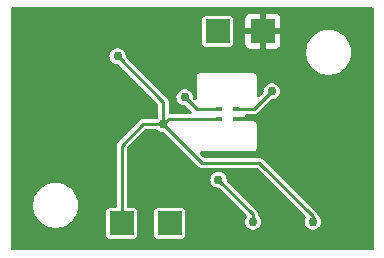
<source format=gbl>
%TF.GenerationSoftware,KiCad,Pcbnew,8.0.8*%
%TF.CreationDate,2025-04-18T18:46:17-04:00*%
%TF.ProjectId,sht40,73687434-302e-46b6-9963-61645f706362,rev?*%
%TF.SameCoordinates,Original*%
%TF.FileFunction,Copper,L2,Bot*%
%TF.FilePolarity,Positive*%
%FSLAX46Y46*%
G04 Gerber Fmt 4.6, Leading zero omitted, Abs format (unit mm)*
G04 Created by KiCad (PCBNEW 8.0.8) date 2025-04-18 18:46:17*
%MOMM*%
%LPD*%
G01*
G04 APERTURE LIST*
%TA.AperFunction,ComponentPad*%
%ADD10R,2.000000X2.000000*%
%TD*%
%TA.AperFunction,SMDPad,CuDef*%
%ADD11R,0.500000X0.300000*%
%TD*%
%TA.AperFunction,ViaPad*%
%ADD12C,0.762000*%
%TD*%
%TA.AperFunction,Conductor*%
%ADD13C,0.254000*%
%TD*%
G04 APERTURE END LIST*
D10*
%TO.P,TP3,1,1*%
%TO.N,/SCL*%
X125476000Y-55880000D03*
%TD*%
%TO.P,TP1,1,1*%
%TO.N,+3V3*%
X121412000Y-72136000D03*
%TD*%
%TO.P,TP4,1,1*%
%TO.N,/SDA*%
X117348000Y-72136000D03*
%TD*%
%TO.P,TP2,1,1*%
%TO.N,GND*%
X129286000Y-55880000D03*
%TD*%
D11*
%TO.P,U1,1,SDA*%
%TO.N,/SDA*%
X125600000Y-63284000D03*
%TO.P,U1,2,SCL*%
%TO.N,/SCL*%
X125600000Y-62484000D03*
%TO.P,U1,3,VDD*%
%TO.N,+3V3*%
X127000000Y-62484000D03*
%TO.P,U1,4,VSS*%
%TO.N,GND*%
X127000000Y-63284000D03*
%TD*%
D12*
%TO.N,GND*%
X110460000Y-57475000D03*
%TO.N,/SCL*%
X125547250Y-68452750D03*
X128475000Y-72000000D03*
%TO.N,/SDA*%
X133525000Y-72000000D03*
%TO.N,GND*%
X133525000Y-69460000D03*
%TO.N,+3V3*%
X130048000Y-60960000D03*
%TO.N,/SDA*%
X117000000Y-58000000D03*
X120888000Y-63754000D03*
%TO.N,/SCL*%
X122682000Y-61468000D03*
%TD*%
D13*
%TO.N,/SCL*%
X128475000Y-71380500D02*
X128475000Y-72000000D01*
X125547250Y-68452750D02*
X128475000Y-71380500D01*
%TO.N,GND*%
X129578000Y-63284000D02*
X127000000Y-63284000D01*
%TO.N,/SDA*%
X133525000Y-71525000D02*
X133525000Y-72000000D01*
X120888000Y-63754000D02*
X124134000Y-67000000D01*
X124134000Y-67000000D02*
X129000000Y-67000000D01*
%TO.N,GND*%
X133525000Y-69460000D02*
X133525000Y-67993000D01*
%TO.N,/SDA*%
X129000000Y-67000000D02*
X133525000Y-71525000D01*
%TO.N,GND*%
X133525000Y-67993000D02*
X129794000Y-64262000D01*
X129794000Y-64262000D02*
X129794000Y-63500000D01*
X129794000Y-63500000D02*
X129578000Y-63284000D01*
%TO.N,/SDA*%
X120888000Y-63754000D02*
X119150000Y-63754000D01*
X120888000Y-63754000D02*
X121358000Y-63284000D01*
X117348000Y-65556000D02*
X117348000Y-72136000D01*
X121358000Y-63284000D02*
X125600000Y-63284000D01*
X119150000Y-63754000D02*
X117348000Y-65556000D01*
X120888000Y-63754000D02*
X120888000Y-61888000D01*
X120888000Y-61888000D02*
X117000000Y-58000000D01*
%TO.N,+3V3*%
X128524000Y-62484000D02*
X127000000Y-62484000D01*
X128524000Y-62484000D02*
X130048000Y-60960000D01*
%TO.N,/SCL*%
X122682000Y-61468000D02*
X123698000Y-62484000D01*
X123698000Y-62484000D02*
X125600000Y-62484000D01*
%TD*%
%TA.AperFunction,Conductor*%
%TO.N,GND*%
G36*
X138626539Y-53868185D02*
G01*
X138672294Y-53920989D01*
X138683500Y-53972500D01*
X138683500Y-74297500D01*
X138663815Y-74364539D01*
X138611011Y-74410294D01*
X138559500Y-74421500D01*
X108074500Y-74421500D01*
X108007461Y-74401815D01*
X107961706Y-74349011D01*
X107950500Y-74297500D01*
X107950500Y-70487126D01*
X109854700Y-70487126D01*
X109854700Y-70736873D01*
X109854701Y-70736890D01*
X109884136Y-70960475D01*
X109887300Y-70984503D01*
X109948697Y-71213638D01*
X109951943Y-71225753D01*
X110047517Y-71456492D01*
X110047525Y-71456508D01*
X110172397Y-71672791D01*
X110172408Y-71672807D01*
X110324444Y-71870945D01*
X110324450Y-71870952D01*
X110501047Y-72047549D01*
X110501053Y-72047554D01*
X110699201Y-72199598D01*
X110699208Y-72199602D01*
X110915491Y-72324474D01*
X110915507Y-72324482D01*
X111039991Y-72376044D01*
X111146247Y-72420057D01*
X111387497Y-72484700D01*
X111635120Y-72517300D01*
X111635127Y-72517300D01*
X111884873Y-72517300D01*
X111884880Y-72517300D01*
X112132503Y-72484700D01*
X112373753Y-72420057D01*
X112555140Y-72344923D01*
X112604492Y-72324482D01*
X112604495Y-72324480D01*
X112604501Y-72324478D01*
X112820799Y-72199598D01*
X113018947Y-72047554D01*
X113195554Y-71870947D01*
X113347598Y-71672799D01*
X113472478Y-71456501D01*
X113568057Y-71225753D01*
X113604320Y-71090419D01*
X116042700Y-71090419D01*
X116042700Y-73181571D01*
X116042702Y-73181594D01*
X116045661Y-73207106D01*
X116045662Y-73207109D01*
X116091765Y-73311524D01*
X116091766Y-73311525D01*
X116172475Y-73392234D01*
X116276891Y-73438338D01*
X116302421Y-73441300D01*
X118393578Y-73441299D01*
X118419109Y-73438338D01*
X118523525Y-73392234D01*
X118604234Y-73311525D01*
X118650338Y-73207109D01*
X118653300Y-73181579D01*
X118653299Y-71090422D01*
X118653299Y-71090419D01*
X120106700Y-71090419D01*
X120106700Y-73181571D01*
X120106702Y-73181594D01*
X120109661Y-73207106D01*
X120109662Y-73207109D01*
X120155765Y-73311524D01*
X120155766Y-73311525D01*
X120236475Y-73392234D01*
X120340891Y-73438338D01*
X120366421Y-73441300D01*
X122457578Y-73441299D01*
X122483109Y-73438338D01*
X122587525Y-73392234D01*
X122668234Y-73311525D01*
X122714338Y-73207109D01*
X122717300Y-73181579D01*
X122717299Y-71090422D01*
X122714338Y-71064891D01*
X122668234Y-70960475D01*
X122587525Y-70879766D01*
X122587523Y-70879765D01*
X122483110Y-70833662D01*
X122457579Y-70830700D01*
X120366428Y-70830700D01*
X120366405Y-70830702D01*
X120340893Y-70833661D01*
X120340890Y-70833662D01*
X120236475Y-70879765D01*
X120155766Y-70960474D01*
X120109662Y-71064888D01*
X120109662Y-71064890D01*
X120106700Y-71090419D01*
X118653299Y-71090419D01*
X118650338Y-71064891D01*
X118604234Y-70960475D01*
X118523525Y-70879766D01*
X118523523Y-70879765D01*
X118419110Y-70833662D01*
X118393580Y-70830700D01*
X118393579Y-70830700D01*
X117904300Y-70830700D01*
X117837261Y-70811015D01*
X117791506Y-70758211D01*
X117780300Y-70706700D01*
X117780300Y-68452749D01*
X124855909Y-68452749D01*
X124855909Y-68452750D01*
X124875997Y-68618198D01*
X124918545Y-68730387D01*
X124935098Y-68774032D01*
X125029774Y-68911194D01*
X125154524Y-69021712D01*
X125154526Y-69021713D01*
X125302097Y-69099165D01*
X125302096Y-69099165D01*
X125463918Y-69139050D01*
X125570823Y-69139050D01*
X125637862Y-69158735D01*
X125658504Y-69175369D01*
X127911879Y-71428744D01*
X127945364Y-71490067D01*
X127940380Y-71559759D01*
X127926249Y-71586864D01*
X127862849Y-71678716D01*
X127803747Y-71834551D01*
X127783659Y-71999999D01*
X127783659Y-72000000D01*
X127803747Y-72165448D01*
X127862849Y-72321284D01*
X127910186Y-72389863D01*
X127957524Y-72458444D01*
X128082274Y-72568962D01*
X128082276Y-72568963D01*
X128229847Y-72646415D01*
X128229846Y-72646415D01*
X128391668Y-72686300D01*
X128558332Y-72686300D01*
X128720153Y-72646415D01*
X128867726Y-72568962D01*
X128992476Y-72458444D01*
X129087152Y-72321282D01*
X129146252Y-72165449D01*
X129166341Y-72000000D01*
X129146252Y-71834551D01*
X129087152Y-71678718D01*
X128992476Y-71541556D01*
X128961637Y-71514235D01*
X128949072Y-71503103D01*
X128911946Y-71443913D01*
X128907300Y-71410288D01*
X128907300Y-71323588D01*
X128904651Y-71313701D01*
X128877839Y-71213639D01*
X128825025Y-71122161D01*
X128825026Y-71122160D01*
X128825020Y-71122153D01*
X128820925Y-71115060D01*
X128820924Y-71115058D01*
X126272623Y-68566758D01*
X126239138Y-68505435D01*
X126237209Y-68464128D01*
X126238591Y-68452750D01*
X126218502Y-68287301D01*
X126159402Y-68131468D01*
X126064726Y-67994306D01*
X125939976Y-67883788D01*
X125939974Y-67883787D01*
X125939973Y-67883786D01*
X125792402Y-67806334D01*
X125792403Y-67806334D01*
X125630582Y-67766450D01*
X125463918Y-67766450D01*
X125302097Y-67806334D01*
X125154526Y-67883786D01*
X125029773Y-67994307D01*
X124935099Y-68131465D01*
X124875997Y-68287301D01*
X124855909Y-68452749D01*
X117780300Y-68452749D01*
X117780300Y-65786427D01*
X117799985Y-65719388D01*
X117816619Y-65698746D01*
X119292746Y-64222619D01*
X119354069Y-64189134D01*
X119380427Y-64186300D01*
X120293987Y-64186300D01*
X120361026Y-64205985D01*
X120376207Y-64217478D01*
X120495274Y-64322962D01*
X120495276Y-64322963D01*
X120642847Y-64400415D01*
X120642846Y-64400415D01*
X120804668Y-64440300D01*
X120911573Y-64440300D01*
X120978612Y-64459985D01*
X120999254Y-64476619D01*
X123868561Y-67345926D01*
X123868562Y-67345927D01*
X123868564Y-67345928D01*
X123967134Y-67402837D01*
X123967135Y-67402837D01*
X123967138Y-67402839D01*
X123986322Y-67407978D01*
X123996583Y-67410728D01*
X123996590Y-67410729D01*
X123996599Y-67410732D01*
X124077087Y-67432300D01*
X128769573Y-67432300D01*
X128836612Y-67451985D01*
X128857254Y-67468619D01*
X132902870Y-71514235D01*
X132936355Y-71575558D01*
X132931371Y-71645250D01*
X132917240Y-71672354D01*
X132912850Y-71678713D01*
X132912849Y-71678714D01*
X132853747Y-71834551D01*
X132833659Y-71999999D01*
X132833659Y-72000000D01*
X132853747Y-72165448D01*
X132912849Y-72321284D01*
X132960186Y-72389863D01*
X133007524Y-72458444D01*
X133132274Y-72568962D01*
X133132276Y-72568963D01*
X133279847Y-72646415D01*
X133279846Y-72646415D01*
X133441668Y-72686300D01*
X133608332Y-72686300D01*
X133770153Y-72646415D01*
X133917726Y-72568962D01*
X134042476Y-72458444D01*
X134137152Y-72321282D01*
X134196252Y-72165449D01*
X134216341Y-72000000D01*
X134196252Y-71834551D01*
X134137152Y-71678718D01*
X134042476Y-71541556D01*
X134042474Y-71541554D01*
X133984500Y-71490193D01*
X133947373Y-71431004D01*
X133946973Y-71429549D01*
X133927839Y-71358139D01*
X133927837Y-71358136D01*
X133927837Y-71358134D01*
X133927836Y-71358133D01*
X133902183Y-71313701D01*
X133902181Y-71313699D01*
X133870926Y-71259561D01*
X133870924Y-71259559D01*
X133870923Y-71259557D01*
X133870922Y-71259556D01*
X129265440Y-66654075D01*
X129265432Y-66654069D01*
X129166868Y-66597164D01*
X129166863Y-66597161D01*
X129130212Y-66587340D01*
X129056914Y-66567700D01*
X129056913Y-66567700D01*
X129056912Y-66567700D01*
X124364427Y-66567700D01*
X124297388Y-66548015D01*
X124276746Y-66531381D01*
X124002546Y-66257181D01*
X123969061Y-66195858D01*
X123974045Y-66126166D01*
X124015917Y-66070233D01*
X124081381Y-66045816D01*
X124090227Y-66045500D01*
X128524001Y-66045500D01*
X128524002Y-66045499D01*
X128557400Y-66038856D01*
X128623303Y-66025748D01*
X128623304Y-66025747D01*
X128623306Y-66025747D01*
X128707494Y-65969494D01*
X128763747Y-65885306D01*
X128783500Y-65786000D01*
X128783500Y-63754000D01*
X128780576Y-63739299D01*
X128763748Y-63654696D01*
X128763746Y-63654692D01*
X128707494Y-63570505D01*
X128623307Y-63514253D01*
X128623303Y-63514251D01*
X128524004Y-63494500D01*
X128524000Y-63494500D01*
X127861862Y-63494500D01*
X127794823Y-63474815D01*
X127774181Y-63458181D01*
X127750000Y-63434000D01*
X127124000Y-63434000D01*
X127056961Y-63414315D01*
X127011206Y-63361511D01*
X127000000Y-63310000D01*
X127000000Y-63258000D01*
X127019685Y-63190961D01*
X127072489Y-63145206D01*
X127124000Y-63134000D01*
X127750000Y-63134000D01*
X127750000Y-63086172D01*
X127749999Y-63086155D01*
X127746494Y-63053556D01*
X127758899Y-62984796D01*
X127806509Y-62933659D01*
X127869783Y-62916300D01*
X128580912Y-62916300D01*
X128580914Y-62916300D01*
X128690862Y-62886839D01*
X128789439Y-62829926D01*
X129936745Y-61682618D01*
X129998068Y-61649134D01*
X130024426Y-61646300D01*
X130131332Y-61646300D01*
X130293153Y-61606415D01*
X130440726Y-61528962D01*
X130565476Y-61418444D01*
X130660152Y-61281282D01*
X130719252Y-61125449D01*
X130739341Y-60960000D01*
X130722534Y-60821585D01*
X130719252Y-60794551D01*
X130695220Y-60731185D01*
X130660152Y-60638718D01*
X130565476Y-60501556D01*
X130440726Y-60391038D01*
X130440724Y-60391037D01*
X130440723Y-60391036D01*
X130293152Y-60313584D01*
X130293153Y-60313584D01*
X130131332Y-60273700D01*
X129964668Y-60273700D01*
X129802847Y-60313584D01*
X129655276Y-60391036D01*
X129530523Y-60501557D01*
X129435849Y-60638715D01*
X129376747Y-60794551D01*
X129356659Y-60959999D01*
X129356659Y-60960001D01*
X129358041Y-60971389D01*
X129346576Y-61040311D01*
X129322625Y-61074009D01*
X128995181Y-61401454D01*
X128933858Y-61434939D01*
X128864167Y-61429955D01*
X128808233Y-61388084D01*
X128783816Y-61322619D01*
X128783500Y-61313773D01*
X128783500Y-59689999D01*
X128783499Y-59689995D01*
X128763748Y-59590696D01*
X128763746Y-59590692D01*
X128707494Y-59506505D01*
X128623307Y-59450253D01*
X128623303Y-59450251D01*
X128524004Y-59430500D01*
X128524000Y-59430500D01*
X123952000Y-59430500D01*
X123951995Y-59430500D01*
X123852696Y-59450251D01*
X123852692Y-59450253D01*
X123768505Y-59506505D01*
X123712253Y-59590692D01*
X123712251Y-59590696D01*
X123692500Y-59689995D01*
X123692500Y-61567773D01*
X123672815Y-61634812D01*
X123620011Y-61680567D01*
X123550853Y-61690511D01*
X123487297Y-61661486D01*
X123480819Y-61655454D01*
X123407373Y-61582008D01*
X123373888Y-61520685D01*
X123371959Y-61479378D01*
X123373341Y-61468000D01*
X123353252Y-61302551D01*
X123294152Y-61146718D01*
X123199476Y-61009556D01*
X123074726Y-60899038D01*
X123074724Y-60899037D01*
X123074723Y-60899036D01*
X122927152Y-60821584D01*
X122927153Y-60821584D01*
X122765332Y-60781700D01*
X122598668Y-60781700D01*
X122436847Y-60821584D01*
X122289276Y-60899036D01*
X122164523Y-61009557D01*
X122069849Y-61146715D01*
X122010747Y-61302551D01*
X121990659Y-61467999D01*
X121990659Y-61468000D01*
X122010747Y-61633448D01*
X122069849Y-61789284D01*
X122117186Y-61857863D01*
X122164524Y-61926444D01*
X122289274Y-62036962D01*
X122289276Y-62036963D01*
X122436847Y-62114415D01*
X122436846Y-62114415D01*
X122598668Y-62154300D01*
X122705573Y-62154300D01*
X122772612Y-62173985D01*
X122793254Y-62190619D01*
X123242654Y-62640019D01*
X123276139Y-62701342D01*
X123271155Y-62771034D01*
X123229283Y-62826967D01*
X123163819Y-62851384D01*
X123154973Y-62851700D01*
X121444300Y-62851700D01*
X121377261Y-62832015D01*
X121331506Y-62779211D01*
X121320300Y-62727700D01*
X121320300Y-61831088D01*
X121317679Y-61821306D01*
X121290839Y-61721139D01*
X121247632Y-61646301D01*
X121247632Y-61646300D01*
X121233928Y-61622563D01*
X121233924Y-61622558D01*
X117725373Y-58114008D01*
X117691888Y-58052685D01*
X117689959Y-58011378D01*
X117691341Y-58000000D01*
X117671252Y-57834551D01*
X117612152Y-57678718D01*
X117517476Y-57541556D01*
X117507960Y-57533126D01*
X132968700Y-57533126D01*
X132968700Y-57782873D01*
X132968701Y-57782890D01*
X133001299Y-58030499D01*
X133065943Y-58271753D01*
X133161517Y-58502492D01*
X133161525Y-58502508D01*
X133286397Y-58718791D01*
X133286408Y-58718807D01*
X133438444Y-58916945D01*
X133438450Y-58916952D01*
X133615047Y-59093549D01*
X133615053Y-59093554D01*
X133813201Y-59245598D01*
X133813208Y-59245602D01*
X134029491Y-59370474D01*
X134029507Y-59370482D01*
X134153991Y-59422044D01*
X134260247Y-59466057D01*
X134501497Y-59530700D01*
X134749120Y-59563300D01*
X134749127Y-59563300D01*
X134998873Y-59563300D01*
X134998880Y-59563300D01*
X135246503Y-59530700D01*
X135487753Y-59466057D01*
X135669140Y-59390923D01*
X135718492Y-59370482D01*
X135718495Y-59370480D01*
X135718501Y-59370478D01*
X135934799Y-59245598D01*
X136132947Y-59093554D01*
X136309554Y-58916947D01*
X136461598Y-58718799D01*
X136586478Y-58502501D01*
X136682057Y-58271753D01*
X136746700Y-58030503D01*
X136779300Y-57782880D01*
X136779300Y-57533120D01*
X136746700Y-57285497D01*
X136682057Y-57044247D01*
X136632909Y-56925594D01*
X136586482Y-56813507D01*
X136586474Y-56813491D01*
X136461602Y-56597208D01*
X136461598Y-56597201D01*
X136309554Y-56399053D01*
X136309549Y-56399047D01*
X136132952Y-56222450D01*
X136132945Y-56222444D01*
X135934807Y-56070408D01*
X135934805Y-56070406D01*
X135934799Y-56070402D01*
X135934794Y-56070399D01*
X135934791Y-56070397D01*
X135718508Y-55945525D01*
X135718492Y-55945517D01*
X135487753Y-55849943D01*
X135246499Y-55785299D01*
X134998890Y-55752701D01*
X134998885Y-55752700D01*
X134998880Y-55752700D01*
X134749120Y-55752700D01*
X134749114Y-55752700D01*
X134749109Y-55752701D01*
X134501500Y-55785299D01*
X134260246Y-55849943D01*
X134029507Y-55945517D01*
X134029491Y-55945525D01*
X133813208Y-56070397D01*
X133813192Y-56070408D01*
X133615054Y-56222444D01*
X133615047Y-56222450D01*
X133438450Y-56399047D01*
X133438444Y-56399054D01*
X133286408Y-56597192D01*
X133286397Y-56597208D01*
X133161525Y-56813491D01*
X133161517Y-56813507D01*
X133065943Y-57044246D01*
X133001299Y-57285500D01*
X132968701Y-57533109D01*
X132968700Y-57533126D01*
X117507960Y-57533126D01*
X117392726Y-57431038D01*
X117392724Y-57431037D01*
X117392723Y-57431036D01*
X117245152Y-57353584D01*
X117245153Y-57353584D01*
X117083332Y-57313700D01*
X116916668Y-57313700D01*
X116754847Y-57353584D01*
X116607276Y-57431036D01*
X116482523Y-57541557D01*
X116387849Y-57678715D01*
X116328747Y-57834551D01*
X116308659Y-57999999D01*
X116308659Y-58000000D01*
X116328747Y-58165448D01*
X116369064Y-58271753D01*
X116387848Y-58321282D01*
X116482524Y-58458444D01*
X116607274Y-58568962D01*
X116607276Y-58568963D01*
X116754847Y-58646415D01*
X116754846Y-58646415D01*
X116916668Y-58686300D01*
X117023573Y-58686300D01*
X117090612Y-58705985D01*
X117111254Y-58722619D01*
X120419381Y-62030746D01*
X120452866Y-62092069D01*
X120455700Y-62118427D01*
X120455700Y-63164288D01*
X120436015Y-63231327D01*
X120413928Y-63257103D01*
X120376214Y-63290515D01*
X120312981Y-63320237D01*
X120293986Y-63321700D01*
X119206914Y-63321700D01*
X119093087Y-63321700D01*
X119027117Y-63339376D01*
X118983136Y-63351161D01*
X118983131Y-63351164D01*
X118884567Y-63408069D01*
X118884559Y-63408075D01*
X117002075Y-65290559D01*
X117002071Y-65290564D01*
X116945160Y-65389137D01*
X116945161Y-65389137D01*
X116945161Y-65389139D01*
X116915700Y-65499088D01*
X116915700Y-70706700D01*
X116896015Y-70773739D01*
X116843211Y-70819494D01*
X116791700Y-70830700D01*
X116302428Y-70830700D01*
X116302405Y-70830702D01*
X116276893Y-70833661D01*
X116276890Y-70833662D01*
X116172475Y-70879765D01*
X116091766Y-70960474D01*
X116045662Y-71064888D01*
X116045662Y-71064890D01*
X116042700Y-71090419D01*
X113604320Y-71090419D01*
X113632700Y-70984503D01*
X113665300Y-70736880D01*
X113665300Y-70487120D01*
X113632700Y-70239497D01*
X113568057Y-69998247D01*
X113524044Y-69891991D01*
X113472482Y-69767507D01*
X113472474Y-69767491D01*
X113347602Y-69551208D01*
X113347598Y-69551201D01*
X113195554Y-69353053D01*
X113195549Y-69353047D01*
X113018952Y-69176450D01*
X113018945Y-69176444D01*
X112820807Y-69024408D01*
X112820805Y-69024406D01*
X112820799Y-69024402D01*
X112820794Y-69024399D01*
X112820791Y-69024397D01*
X112604508Y-68899525D01*
X112604492Y-68899517D01*
X112373753Y-68803943D01*
X112132503Y-68739300D01*
X112132502Y-68739299D01*
X112132499Y-68739299D01*
X111884890Y-68706701D01*
X111884885Y-68706700D01*
X111884880Y-68706700D01*
X111635120Y-68706700D01*
X111635114Y-68706700D01*
X111635109Y-68706701D01*
X111387500Y-68739299D01*
X111146246Y-68803943D01*
X110915507Y-68899517D01*
X110915491Y-68899525D01*
X110699208Y-69024397D01*
X110699192Y-69024408D01*
X110501054Y-69176444D01*
X110501047Y-69176450D01*
X110324450Y-69353047D01*
X110324444Y-69353054D01*
X110172408Y-69551192D01*
X110172397Y-69551208D01*
X110047525Y-69767491D01*
X110047517Y-69767507D01*
X109951943Y-69998246D01*
X109887299Y-70239500D01*
X109854701Y-70487109D01*
X109854700Y-70487126D01*
X107950500Y-70487126D01*
X107950500Y-54834419D01*
X124170700Y-54834419D01*
X124170700Y-56925571D01*
X124170702Y-56925594D01*
X124173661Y-56951106D01*
X124173662Y-56951109D01*
X124219765Y-57055524D01*
X124219766Y-57055525D01*
X124300475Y-57136234D01*
X124404891Y-57182338D01*
X124430421Y-57185300D01*
X126521578Y-57185299D01*
X126547109Y-57182338D01*
X126651525Y-57136234D01*
X126732234Y-57055525D01*
X126778338Y-56951109D01*
X126781300Y-56925579D01*
X126781299Y-54834422D01*
X126781036Y-54832155D01*
X127786000Y-54832155D01*
X127786000Y-55630000D01*
X128852988Y-55630000D01*
X128820075Y-55687007D01*
X128786000Y-55814174D01*
X128786000Y-55945826D01*
X128820075Y-56072993D01*
X128852988Y-56130000D01*
X127786000Y-56130000D01*
X127786000Y-56927844D01*
X127792401Y-56987372D01*
X127792403Y-56987379D01*
X127842645Y-57122086D01*
X127842649Y-57122093D01*
X127928809Y-57237187D01*
X127928812Y-57237190D01*
X128043906Y-57323350D01*
X128043913Y-57323354D01*
X128178620Y-57373596D01*
X128178627Y-57373598D01*
X128238155Y-57379999D01*
X128238172Y-57380000D01*
X129036000Y-57380000D01*
X129036000Y-56313012D01*
X129093007Y-56345925D01*
X129220174Y-56380000D01*
X129351826Y-56380000D01*
X129478993Y-56345925D01*
X129536000Y-56313012D01*
X129536000Y-57380000D01*
X130333828Y-57380000D01*
X130333844Y-57379999D01*
X130393372Y-57373598D01*
X130393379Y-57373596D01*
X130528086Y-57323354D01*
X130528093Y-57323350D01*
X130643187Y-57237190D01*
X130643190Y-57237187D01*
X130729350Y-57122093D01*
X130729354Y-57122086D01*
X130779596Y-56987379D01*
X130779598Y-56987372D01*
X130785999Y-56927844D01*
X130786000Y-56927827D01*
X130786000Y-56130000D01*
X129719012Y-56130000D01*
X129751925Y-56072993D01*
X129786000Y-55945826D01*
X129786000Y-55814174D01*
X129751925Y-55687007D01*
X129719012Y-55630000D01*
X130786000Y-55630000D01*
X130786000Y-54832172D01*
X130785999Y-54832155D01*
X130779598Y-54772627D01*
X130779596Y-54772620D01*
X130729354Y-54637913D01*
X130729350Y-54637906D01*
X130643190Y-54522812D01*
X130643187Y-54522809D01*
X130528093Y-54436649D01*
X130528086Y-54436645D01*
X130393379Y-54386403D01*
X130393372Y-54386401D01*
X130333844Y-54380000D01*
X129536000Y-54380000D01*
X129536000Y-55446988D01*
X129478993Y-55414075D01*
X129351826Y-55380000D01*
X129220174Y-55380000D01*
X129093007Y-55414075D01*
X129036000Y-55446988D01*
X129036000Y-54380000D01*
X128238155Y-54380000D01*
X128178627Y-54386401D01*
X128178620Y-54386403D01*
X128043913Y-54436645D01*
X128043906Y-54436649D01*
X127928812Y-54522809D01*
X127928809Y-54522812D01*
X127842649Y-54637906D01*
X127842645Y-54637913D01*
X127792403Y-54772620D01*
X127792401Y-54772627D01*
X127786000Y-54832155D01*
X126781036Y-54832155D01*
X126778338Y-54808891D01*
X126732234Y-54704475D01*
X126651525Y-54623766D01*
X126651523Y-54623765D01*
X126547110Y-54577662D01*
X126521579Y-54574700D01*
X124430428Y-54574700D01*
X124430405Y-54574702D01*
X124404893Y-54577661D01*
X124404890Y-54577662D01*
X124300475Y-54623765D01*
X124219766Y-54704474D01*
X124173662Y-54808888D01*
X124173662Y-54808890D01*
X124170700Y-54834419D01*
X107950500Y-54834419D01*
X107950500Y-53972500D01*
X107970185Y-53905461D01*
X108022989Y-53859706D01*
X108074500Y-53848500D01*
X138559500Y-53848500D01*
X138626539Y-53868185D01*
G37*
%TD.AperFunction*%
%TD*%
M02*

</source>
